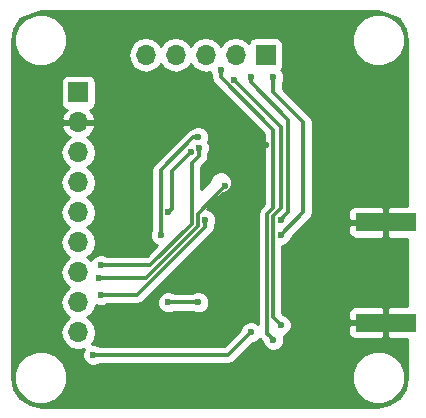
<source format=gbr>
G04 #@! TF.FileFunction,Copper,L2,Bot,Signal*
%FSLAX46Y46*%
G04 Gerber Fmt 4.6, Leading zero omitted, Abs format (unit mm)*
G04 Created by KiCad (PCBNEW 4.0.7) date 05/08/18 00:09:52*
%MOMM*%
%LPD*%
G01*
G04 APERTURE LIST*
%ADD10C,0.100000*%
%ADD11R,1.700000X1.700000*%
%ADD12O,1.700000X1.700000*%
%ADD13R,5.080000X1.500000*%
%ADD14C,0.600000*%
%ADD15C,1.080000*%
%ADD16C,0.300000*%
%ADD17C,0.254000*%
G04 APERTURE END LIST*
D10*
D11*
X114300000Y-83820000D03*
D12*
X114300000Y-86360000D03*
X114300000Y-88900000D03*
X114300000Y-91440000D03*
X114300000Y-93980000D03*
X114300000Y-96520000D03*
X114300000Y-99060000D03*
X114300000Y-101600000D03*
X114300000Y-104140000D03*
D11*
X130175000Y-80645000D03*
D12*
X127635000Y-80645000D03*
X125095000Y-80645000D03*
X122555000Y-80645000D03*
X120015000Y-80645000D03*
D13*
X140335000Y-103310000D03*
X140335000Y-94810000D03*
D14*
X109855000Y-102870000D03*
X109855000Y-87630000D03*
X109855000Y-95885000D03*
X140335000Y-85090000D03*
X129540000Y-108585000D03*
X125095000Y-108585000D03*
X133985000Y-80010000D03*
X116840000Y-88900000D03*
X116840000Y-93980000D03*
X119380000Y-92075000D03*
X130175000Y-88265000D03*
X125730000Y-90170000D03*
X117475000Y-87630000D03*
D15*
X137795000Y-105410000D03*
D14*
X128905000Y-104140000D03*
X115570000Y-106045000D03*
X124519620Y-88489633D03*
X116205000Y-98425000D03*
X126712613Y-91775767D03*
X116070378Y-99545368D03*
X125064989Y-94615000D03*
X116205000Y-100965000D03*
X131445000Y-95885000D03*
X130810000Y-82550000D03*
X131445000Y-94615000D03*
X128905000Y-82550000D03*
X130810000Y-104775000D03*
X126365014Y-81915000D03*
X131460010Y-103505000D03*
X127488033Y-82753780D03*
X121269990Y-95885000D03*
X124460000Y-87630000D03*
X123825000Y-88900000D03*
X121920000Y-93980000D03*
X121920000Y-101600000D03*
X124460000Y-101600000D03*
D16*
X119380000Y-92075000D02*
X118745000Y-92075000D01*
X118745000Y-92075000D02*
X116840000Y-93980000D01*
X130175000Y-88265000D02*
X128270000Y-90170000D01*
X128270000Y-90170000D02*
X125730000Y-90170000D01*
X126365000Y-106045000D02*
X127000000Y-106045000D01*
X127000000Y-106045000D02*
X128905000Y-104140000D01*
X115570000Y-106045000D02*
X126365000Y-106045000D01*
X123914977Y-89772027D02*
X124519620Y-89167384D01*
X123914977Y-94924147D02*
X123914977Y-89772027D01*
X120414124Y-98425000D02*
X123914977Y-94924147D01*
X124519620Y-89167384D02*
X124519620Y-88913897D01*
X124519620Y-88913897D02*
X124519620Y-88489633D01*
X116205000Y-98425000D02*
X120414124Y-98425000D01*
X124414988Y-95131258D02*
X124414988Y-94073392D01*
X126412614Y-92075766D02*
X126712613Y-91775767D01*
X124414988Y-94073392D02*
X126412614Y-92075766D01*
X116070378Y-99545368D02*
X120000878Y-99545368D01*
X120000878Y-99545368D02*
X124414988Y-95131258D01*
X125064989Y-95039264D02*
X125064989Y-94615000D01*
X125064989Y-95188379D02*
X125064989Y-95039264D01*
X119288368Y-100965000D02*
X125064989Y-95188379D01*
X116205000Y-100965000D02*
X119288368Y-100965000D01*
X133350000Y-86360000D02*
X133350000Y-93980000D01*
X133350000Y-93980000D02*
X131445000Y-95885000D01*
X130810000Y-83820000D02*
X133350000Y-86360000D01*
X130810000Y-82550000D02*
X130810000Y-83820000D01*
X132080000Y-86149264D02*
X132080000Y-93980000D01*
X131744999Y-94315001D02*
X131445000Y-94615000D01*
X128905000Y-82974264D02*
X132080000Y-86149264D01*
X132080000Y-93980000D02*
X131744999Y-94315001D01*
X128905000Y-82550000D02*
X128905000Y-82974264D01*
X130510001Y-104475001D02*
X130810000Y-104775000D01*
X130810000Y-93580874D02*
X130294987Y-94095887D01*
X130810000Y-88592002D02*
X130810000Y-93580874D01*
X130825001Y-88577001D02*
X130810000Y-88592002D01*
X126365014Y-81915000D02*
X126365014Y-82550014D01*
X130294987Y-94095887D02*
X130294988Y-95134114D01*
X130825001Y-87010001D02*
X130825001Y-88577001D01*
X126365014Y-82550014D02*
X130825001Y-87010001D01*
X130294988Y-104259988D02*
X130510001Y-104475001D01*
X130294988Y-95134114D02*
X130294988Y-104259988D01*
X131160011Y-103205001D02*
X131460010Y-103505000D01*
X130794998Y-102839988D02*
X131160011Y-103205001D01*
X130794998Y-94302998D02*
X130794998Y-102839988D01*
X131460010Y-93637986D02*
X130794998Y-94302998D01*
X131460010Y-86725757D02*
X131460010Y-93637986D01*
X127488033Y-82753780D02*
X131460010Y-86725757D01*
X121269990Y-90395746D02*
X121269990Y-95460736D01*
X124035736Y-87630000D02*
X121269990Y-90395746D01*
X124460000Y-87630000D02*
X124035736Y-87630000D01*
X121269990Y-95460736D02*
X121269990Y-95885000D01*
X123525001Y-89199999D02*
X123825000Y-88900000D01*
X122219999Y-90505001D02*
X123525001Y-89199999D01*
X122219999Y-93680001D02*
X122219999Y-90505001D01*
X121920000Y-93980000D02*
X122219999Y-93680001D01*
X124460000Y-101600000D02*
X121920000Y-101600000D01*
D17*
G36*
X141148816Y-77451809D02*
X141433183Y-77641817D01*
X141964512Y-78437007D01*
X142165000Y-79444931D01*
X142165000Y-93425000D01*
X140620750Y-93425000D01*
X140462000Y-93583750D01*
X140462000Y-94683000D01*
X140482000Y-94683000D01*
X140482000Y-94937000D01*
X140462000Y-94937000D01*
X140462000Y-96036250D01*
X140620750Y-96195000D01*
X142165000Y-96195000D01*
X142165000Y-101925000D01*
X140620750Y-101925000D01*
X140462000Y-102083750D01*
X140462000Y-103183000D01*
X140482000Y-103183000D01*
X140482000Y-103437000D01*
X140462000Y-103437000D01*
X140462000Y-104536250D01*
X140620750Y-104695000D01*
X142165000Y-104695000D01*
X142165000Y-107880069D01*
X141964512Y-108887993D01*
X141433183Y-109683183D01*
X140637993Y-110214512D01*
X139630069Y-110415000D01*
X111194931Y-110415000D01*
X110187007Y-110214512D01*
X109391817Y-109683183D01*
X108860488Y-108887993D01*
X108761953Y-108392619D01*
X108889613Y-108392619D01*
X109229155Y-109214372D01*
X109857321Y-109843636D01*
X110678481Y-110184611D01*
X111567619Y-110185387D01*
X112389372Y-109845845D01*
X113018636Y-109217679D01*
X113359611Y-108396519D01*
X113359614Y-108392619D01*
X137464613Y-108392619D01*
X137804155Y-109214372D01*
X138432321Y-109843636D01*
X139253481Y-110184611D01*
X140142619Y-110185387D01*
X140964372Y-109845845D01*
X141593636Y-109217679D01*
X141934611Y-108396519D01*
X141935387Y-107507381D01*
X141595845Y-106685628D01*
X140967679Y-106056364D01*
X140146519Y-105715389D01*
X139257381Y-105714613D01*
X138435628Y-106054155D01*
X137806364Y-106682321D01*
X137465389Y-107503481D01*
X137464613Y-108392619D01*
X113359614Y-108392619D01*
X113360387Y-107507381D01*
X113020845Y-106685628D01*
X112392679Y-106056364D01*
X111571519Y-105715389D01*
X110682381Y-105714613D01*
X109860628Y-106054155D01*
X109231364Y-106682321D01*
X108890389Y-107503481D01*
X108889613Y-108392619D01*
X108761953Y-108392619D01*
X108660000Y-107880069D01*
X108660000Y-88900000D01*
X112785907Y-88900000D01*
X112898946Y-89468285D01*
X113220853Y-89950054D01*
X113550026Y-90170000D01*
X113220853Y-90389946D01*
X112898946Y-90871715D01*
X112785907Y-91440000D01*
X112898946Y-92008285D01*
X113220853Y-92490054D01*
X113550026Y-92710000D01*
X113220853Y-92929946D01*
X112898946Y-93411715D01*
X112785907Y-93980000D01*
X112898946Y-94548285D01*
X113220853Y-95030054D01*
X113550026Y-95250000D01*
X113220853Y-95469946D01*
X112898946Y-95951715D01*
X112785907Y-96520000D01*
X112898946Y-97088285D01*
X113220853Y-97570054D01*
X113550026Y-97790000D01*
X113220853Y-98009946D01*
X112898946Y-98491715D01*
X112785907Y-99060000D01*
X112898946Y-99628285D01*
X113220853Y-100110054D01*
X113550026Y-100330000D01*
X113220853Y-100549946D01*
X112898946Y-101031715D01*
X112785907Y-101600000D01*
X112898946Y-102168285D01*
X113220853Y-102650054D01*
X113550026Y-102870000D01*
X113220853Y-103089946D01*
X112898946Y-103571715D01*
X112785907Y-104140000D01*
X112898946Y-104708285D01*
X113220853Y-105190054D01*
X113702622Y-105511961D01*
X114270907Y-105625000D01*
X114329093Y-105625000D01*
X114768270Y-105537642D01*
X114635162Y-105858201D01*
X114634838Y-106230167D01*
X114776883Y-106573943D01*
X115039673Y-106837192D01*
X115383201Y-106979838D01*
X115755167Y-106980162D01*
X116098943Y-106838117D01*
X116107074Y-106830000D01*
X127000000Y-106830000D01*
X127300407Y-106770245D01*
X127555079Y-106600079D01*
X129080005Y-105075153D01*
X129090167Y-105075162D01*
X129433943Y-104933117D01*
X129664802Y-104702661D01*
X129739909Y-104815067D01*
X129874847Y-104950005D01*
X129874838Y-104960167D01*
X130016883Y-105303943D01*
X130279673Y-105567192D01*
X130623201Y-105709838D01*
X130995167Y-105710162D01*
X131338943Y-105568117D01*
X131602192Y-105305327D01*
X131744838Y-104961799D01*
X131745162Y-104589833D01*
X131677757Y-104426700D01*
X131988953Y-104298117D01*
X132252202Y-104035327D01*
X132394848Y-103691799D01*
X132394931Y-103595750D01*
X137160000Y-103595750D01*
X137160000Y-104186309D01*
X137256673Y-104419698D01*
X137435301Y-104598327D01*
X137668690Y-104695000D01*
X140049250Y-104695000D01*
X140208000Y-104536250D01*
X140208000Y-103437000D01*
X137318750Y-103437000D01*
X137160000Y-103595750D01*
X132394931Y-103595750D01*
X132395172Y-103319833D01*
X132253127Y-102976057D01*
X131990337Y-102712808D01*
X131646809Y-102570162D01*
X131635320Y-102570152D01*
X131579998Y-102514830D01*
X131579998Y-102433691D01*
X137160000Y-102433691D01*
X137160000Y-103024250D01*
X137318750Y-103183000D01*
X140208000Y-103183000D01*
X140208000Y-102083750D01*
X140049250Y-101925000D01*
X137668690Y-101925000D01*
X137435301Y-102021673D01*
X137256673Y-102200302D01*
X137160000Y-102433691D01*
X131579998Y-102433691D01*
X131579998Y-96820118D01*
X131630167Y-96820162D01*
X131973943Y-96678117D01*
X132237192Y-96415327D01*
X132379838Y-96071799D01*
X132379848Y-96060310D01*
X133344408Y-95095750D01*
X137160000Y-95095750D01*
X137160000Y-95686309D01*
X137256673Y-95919698D01*
X137435301Y-96098327D01*
X137668690Y-96195000D01*
X140049250Y-96195000D01*
X140208000Y-96036250D01*
X140208000Y-94937000D01*
X137318750Y-94937000D01*
X137160000Y-95095750D01*
X133344408Y-95095750D01*
X133905079Y-94535079D01*
X134075245Y-94280406D01*
X134135000Y-93980000D01*
X134135000Y-93933691D01*
X137160000Y-93933691D01*
X137160000Y-94524250D01*
X137318750Y-94683000D01*
X140208000Y-94683000D01*
X140208000Y-93583750D01*
X140049250Y-93425000D01*
X137668690Y-93425000D01*
X137435301Y-93521673D01*
X137256673Y-93700302D01*
X137160000Y-93933691D01*
X134135000Y-93933691D01*
X134135000Y-86360000D01*
X134075245Y-86059594D01*
X133905079Y-85804921D01*
X131595000Y-83494842D01*
X131595000Y-83087506D01*
X131602192Y-83080327D01*
X131744838Y-82736799D01*
X131745162Y-82364833D01*
X131603117Y-82021057D01*
X131502779Y-81920543D01*
X131621431Y-81746890D01*
X131672440Y-81495000D01*
X131672440Y-79817619D01*
X137464613Y-79817619D01*
X137804155Y-80639372D01*
X138432321Y-81268636D01*
X139253481Y-81609611D01*
X140142619Y-81610387D01*
X140964372Y-81270845D01*
X141593636Y-80642679D01*
X141934611Y-79821519D01*
X141935387Y-78932381D01*
X141595845Y-78110628D01*
X140967679Y-77481364D01*
X140146519Y-77140389D01*
X139257381Y-77139613D01*
X138435628Y-77479155D01*
X137806364Y-78107321D01*
X137465389Y-78928481D01*
X137464613Y-79817619D01*
X131672440Y-79817619D01*
X131672440Y-79795000D01*
X131628162Y-79559683D01*
X131489090Y-79343559D01*
X131276890Y-79198569D01*
X131025000Y-79147560D01*
X129325000Y-79147560D01*
X129089683Y-79191838D01*
X128873559Y-79330910D01*
X128728569Y-79543110D01*
X128714914Y-79610541D01*
X128685054Y-79565853D01*
X128203285Y-79243946D01*
X127635000Y-79130907D01*
X127066715Y-79243946D01*
X126584946Y-79565853D01*
X126365000Y-79895026D01*
X126145054Y-79565853D01*
X125663285Y-79243946D01*
X125095000Y-79130907D01*
X124526715Y-79243946D01*
X124044946Y-79565853D01*
X123825000Y-79895026D01*
X123605054Y-79565853D01*
X123123285Y-79243946D01*
X122555000Y-79130907D01*
X121986715Y-79243946D01*
X121504946Y-79565853D01*
X121285000Y-79895026D01*
X121065054Y-79565853D01*
X120583285Y-79243946D01*
X120015000Y-79130907D01*
X119446715Y-79243946D01*
X118964946Y-79565853D01*
X118643039Y-80047622D01*
X118530000Y-80615907D01*
X118530000Y-80674093D01*
X118643039Y-81242378D01*
X118964946Y-81724147D01*
X119446715Y-82046054D01*
X120015000Y-82159093D01*
X120583285Y-82046054D01*
X121065054Y-81724147D01*
X121285000Y-81394974D01*
X121504946Y-81724147D01*
X121986715Y-82046054D01*
X122555000Y-82159093D01*
X123123285Y-82046054D01*
X123605054Y-81724147D01*
X123825000Y-81394974D01*
X124044946Y-81724147D01*
X124526715Y-82046054D01*
X125095000Y-82159093D01*
X125429859Y-82092485D01*
X125429852Y-82100167D01*
X125571897Y-82443943D01*
X125580014Y-82452074D01*
X125580014Y-82550014D01*
X125639769Y-82850421D01*
X125809935Y-83105093D01*
X130025000Y-87320157D01*
X130025000Y-93255716D01*
X129739908Y-93540808D01*
X129569742Y-93795480D01*
X129509987Y-94095886D01*
X129509987Y-94095888D01*
X129509988Y-95134113D01*
X129509988Y-103422599D01*
X129435327Y-103347808D01*
X129091799Y-103205162D01*
X128719833Y-103204838D01*
X128376057Y-103346883D01*
X128112808Y-103609673D01*
X127970162Y-103953201D01*
X127970152Y-103964690D01*
X126674842Y-105260000D01*
X116107506Y-105260000D01*
X116100327Y-105252808D01*
X115756799Y-105110162D01*
X115432718Y-105109880D01*
X115701054Y-104708285D01*
X115814093Y-104140000D01*
X115701054Y-103571715D01*
X115379147Y-103089946D01*
X115049974Y-102870000D01*
X115379147Y-102650054D01*
X115701054Y-102168285D01*
X115774574Y-101798675D01*
X116018201Y-101899838D01*
X116390167Y-101900162D01*
X116668476Y-101785167D01*
X120984838Y-101785167D01*
X121126883Y-102128943D01*
X121389673Y-102392192D01*
X121733201Y-102534838D01*
X122105167Y-102535162D01*
X122448943Y-102393117D01*
X122457074Y-102385000D01*
X123922494Y-102385000D01*
X123929673Y-102392192D01*
X124273201Y-102534838D01*
X124645167Y-102535162D01*
X124988943Y-102393117D01*
X125252192Y-102130327D01*
X125394838Y-101786799D01*
X125395162Y-101414833D01*
X125253117Y-101071057D01*
X124990327Y-100807808D01*
X124646799Y-100665162D01*
X124274833Y-100664838D01*
X123931057Y-100806883D01*
X123922926Y-100815000D01*
X122457506Y-100815000D01*
X122450327Y-100807808D01*
X122106799Y-100665162D01*
X121734833Y-100664838D01*
X121391057Y-100806883D01*
X121127808Y-101069673D01*
X120985162Y-101413201D01*
X120984838Y-101785167D01*
X116668476Y-101785167D01*
X116733943Y-101758117D01*
X116742074Y-101750000D01*
X119288368Y-101750000D01*
X119588775Y-101690245D01*
X119843447Y-101520079D01*
X125620068Y-95743458D01*
X125790234Y-95488785D01*
X125849989Y-95188379D01*
X125849989Y-95152506D01*
X125857181Y-95145327D01*
X125999827Y-94801799D01*
X126000151Y-94429833D01*
X125858106Y-94086057D01*
X125595316Y-93822808D01*
X125251788Y-93680162D01*
X125235011Y-93680147D01*
X126540005Y-92375153D01*
X126550167Y-92375162D01*
X126893943Y-92233117D01*
X127157192Y-91970327D01*
X127299838Y-91626799D01*
X127300162Y-91254833D01*
X127158117Y-90911057D01*
X126895327Y-90647808D01*
X126551799Y-90505162D01*
X126179833Y-90504838D01*
X125836057Y-90646883D01*
X125572808Y-90909673D01*
X125430162Y-91253201D01*
X125430152Y-91264690D01*
X124699977Y-91994865D01*
X124699977Y-90097185D01*
X125074699Y-89722463D01*
X125244865Y-89467791D01*
X125304620Y-89167384D01*
X125304620Y-89027139D01*
X125311812Y-89019960D01*
X125454458Y-88676432D01*
X125454782Y-88304466D01*
X125323885Y-87987671D01*
X125394838Y-87816799D01*
X125395162Y-87444833D01*
X125253117Y-87101057D01*
X124990327Y-86837808D01*
X124646799Y-86695162D01*
X124274833Y-86694838D01*
X123931057Y-86836883D01*
X123894854Y-86873023D01*
X123735330Y-86904755D01*
X123480657Y-87074921D01*
X123480655Y-87074924D01*
X120714911Y-89840667D01*
X120544745Y-90095339D01*
X120544745Y-90095340D01*
X120484990Y-90395746D01*
X120484990Y-95347494D01*
X120477798Y-95354673D01*
X120335152Y-95698201D01*
X120334828Y-96070167D01*
X120476873Y-96413943D01*
X120739663Y-96677192D01*
X120960199Y-96768767D01*
X120088966Y-97640000D01*
X116742506Y-97640000D01*
X116735327Y-97632808D01*
X116391799Y-97490162D01*
X116019833Y-97489838D01*
X115676057Y-97631883D01*
X115412808Y-97894673D01*
X115368027Y-98002516D01*
X115049974Y-97790000D01*
X115379147Y-97570054D01*
X115701054Y-97088285D01*
X115814093Y-96520000D01*
X115701054Y-95951715D01*
X115379147Y-95469946D01*
X115049974Y-95250000D01*
X115379147Y-95030054D01*
X115701054Y-94548285D01*
X115814093Y-93980000D01*
X115701054Y-93411715D01*
X115379147Y-92929946D01*
X115049974Y-92710000D01*
X115379147Y-92490054D01*
X115701054Y-92008285D01*
X115814093Y-91440000D01*
X115701054Y-90871715D01*
X115379147Y-90389946D01*
X115049974Y-90170000D01*
X115379147Y-89950054D01*
X115701054Y-89468285D01*
X115814093Y-88900000D01*
X115701054Y-88331715D01*
X115379147Y-87849946D01*
X115038447Y-87622298D01*
X115181358Y-87555183D01*
X115571645Y-87126924D01*
X115741476Y-86716890D01*
X115620155Y-86487000D01*
X114427000Y-86487000D01*
X114427000Y-86507000D01*
X114173000Y-86507000D01*
X114173000Y-86487000D01*
X112979845Y-86487000D01*
X112858524Y-86716890D01*
X113028355Y-87126924D01*
X113418642Y-87555183D01*
X113561553Y-87622298D01*
X113220853Y-87849946D01*
X112898946Y-88331715D01*
X112785907Y-88900000D01*
X108660000Y-88900000D01*
X108660000Y-82970000D01*
X112802560Y-82970000D01*
X112802560Y-84670000D01*
X112846838Y-84905317D01*
X112985910Y-85121441D01*
X113198110Y-85266431D01*
X113306107Y-85288301D01*
X113028355Y-85593076D01*
X112858524Y-86003110D01*
X112979845Y-86233000D01*
X114173000Y-86233000D01*
X114173000Y-86213000D01*
X114427000Y-86213000D01*
X114427000Y-86233000D01*
X115620155Y-86233000D01*
X115741476Y-86003110D01*
X115571645Y-85593076D01*
X115295499Y-85290063D01*
X115385317Y-85273162D01*
X115601441Y-85134090D01*
X115746431Y-84921890D01*
X115797440Y-84670000D01*
X115797440Y-82970000D01*
X115753162Y-82734683D01*
X115614090Y-82518559D01*
X115401890Y-82373569D01*
X115150000Y-82322560D01*
X113450000Y-82322560D01*
X113214683Y-82366838D01*
X112998559Y-82505910D01*
X112853569Y-82718110D01*
X112802560Y-82970000D01*
X108660000Y-82970000D01*
X108660000Y-79817619D01*
X108889613Y-79817619D01*
X109229155Y-80639372D01*
X109857321Y-81268636D01*
X110678481Y-81609611D01*
X111567619Y-81610387D01*
X112389372Y-81270845D01*
X113018636Y-80642679D01*
X113359611Y-79821519D01*
X113360387Y-78932381D01*
X113020845Y-78110628D01*
X112392679Y-77481364D01*
X111571519Y-77140389D01*
X110682381Y-77139613D01*
X109860628Y-77479155D01*
X109231364Y-78107321D01*
X108890389Y-78928481D01*
X108889613Y-79817619D01*
X108660000Y-79817619D01*
X108660000Y-79444931D01*
X108860488Y-78437007D01*
X109391817Y-77641817D01*
X109676184Y-77451809D01*
X111145610Y-76962000D01*
X139679390Y-76962000D01*
X141148816Y-77451809D01*
X141148816Y-77451809D01*
G37*
X141148816Y-77451809D02*
X141433183Y-77641817D01*
X141964512Y-78437007D01*
X142165000Y-79444931D01*
X142165000Y-93425000D01*
X140620750Y-93425000D01*
X140462000Y-93583750D01*
X140462000Y-94683000D01*
X140482000Y-94683000D01*
X140482000Y-94937000D01*
X140462000Y-94937000D01*
X140462000Y-96036250D01*
X140620750Y-96195000D01*
X142165000Y-96195000D01*
X142165000Y-101925000D01*
X140620750Y-101925000D01*
X140462000Y-102083750D01*
X140462000Y-103183000D01*
X140482000Y-103183000D01*
X140482000Y-103437000D01*
X140462000Y-103437000D01*
X140462000Y-104536250D01*
X140620750Y-104695000D01*
X142165000Y-104695000D01*
X142165000Y-107880069D01*
X141964512Y-108887993D01*
X141433183Y-109683183D01*
X140637993Y-110214512D01*
X139630069Y-110415000D01*
X111194931Y-110415000D01*
X110187007Y-110214512D01*
X109391817Y-109683183D01*
X108860488Y-108887993D01*
X108761953Y-108392619D01*
X108889613Y-108392619D01*
X109229155Y-109214372D01*
X109857321Y-109843636D01*
X110678481Y-110184611D01*
X111567619Y-110185387D01*
X112389372Y-109845845D01*
X113018636Y-109217679D01*
X113359611Y-108396519D01*
X113359614Y-108392619D01*
X137464613Y-108392619D01*
X137804155Y-109214372D01*
X138432321Y-109843636D01*
X139253481Y-110184611D01*
X140142619Y-110185387D01*
X140964372Y-109845845D01*
X141593636Y-109217679D01*
X141934611Y-108396519D01*
X141935387Y-107507381D01*
X141595845Y-106685628D01*
X140967679Y-106056364D01*
X140146519Y-105715389D01*
X139257381Y-105714613D01*
X138435628Y-106054155D01*
X137806364Y-106682321D01*
X137465389Y-107503481D01*
X137464613Y-108392619D01*
X113359614Y-108392619D01*
X113360387Y-107507381D01*
X113020845Y-106685628D01*
X112392679Y-106056364D01*
X111571519Y-105715389D01*
X110682381Y-105714613D01*
X109860628Y-106054155D01*
X109231364Y-106682321D01*
X108890389Y-107503481D01*
X108889613Y-108392619D01*
X108761953Y-108392619D01*
X108660000Y-107880069D01*
X108660000Y-88900000D01*
X112785907Y-88900000D01*
X112898946Y-89468285D01*
X113220853Y-89950054D01*
X113550026Y-90170000D01*
X113220853Y-90389946D01*
X112898946Y-90871715D01*
X112785907Y-91440000D01*
X112898946Y-92008285D01*
X113220853Y-92490054D01*
X113550026Y-92710000D01*
X113220853Y-92929946D01*
X112898946Y-93411715D01*
X112785907Y-93980000D01*
X112898946Y-94548285D01*
X113220853Y-95030054D01*
X113550026Y-95250000D01*
X113220853Y-95469946D01*
X112898946Y-95951715D01*
X112785907Y-96520000D01*
X112898946Y-97088285D01*
X113220853Y-97570054D01*
X113550026Y-97790000D01*
X113220853Y-98009946D01*
X112898946Y-98491715D01*
X112785907Y-99060000D01*
X112898946Y-99628285D01*
X113220853Y-100110054D01*
X113550026Y-100330000D01*
X113220853Y-100549946D01*
X112898946Y-101031715D01*
X112785907Y-101600000D01*
X112898946Y-102168285D01*
X113220853Y-102650054D01*
X113550026Y-102870000D01*
X113220853Y-103089946D01*
X112898946Y-103571715D01*
X112785907Y-104140000D01*
X112898946Y-104708285D01*
X113220853Y-105190054D01*
X113702622Y-105511961D01*
X114270907Y-105625000D01*
X114329093Y-105625000D01*
X114768270Y-105537642D01*
X114635162Y-105858201D01*
X114634838Y-106230167D01*
X114776883Y-106573943D01*
X115039673Y-106837192D01*
X115383201Y-106979838D01*
X115755167Y-106980162D01*
X116098943Y-106838117D01*
X116107074Y-106830000D01*
X127000000Y-106830000D01*
X127300407Y-106770245D01*
X127555079Y-106600079D01*
X129080005Y-105075153D01*
X129090167Y-105075162D01*
X129433943Y-104933117D01*
X129664802Y-104702661D01*
X129739909Y-104815067D01*
X129874847Y-104950005D01*
X129874838Y-104960167D01*
X130016883Y-105303943D01*
X130279673Y-105567192D01*
X130623201Y-105709838D01*
X130995167Y-105710162D01*
X131338943Y-105568117D01*
X131602192Y-105305327D01*
X131744838Y-104961799D01*
X131745162Y-104589833D01*
X131677757Y-104426700D01*
X131988953Y-104298117D01*
X132252202Y-104035327D01*
X132394848Y-103691799D01*
X132394931Y-103595750D01*
X137160000Y-103595750D01*
X137160000Y-104186309D01*
X137256673Y-104419698D01*
X137435301Y-104598327D01*
X137668690Y-104695000D01*
X140049250Y-104695000D01*
X140208000Y-104536250D01*
X140208000Y-103437000D01*
X137318750Y-103437000D01*
X137160000Y-103595750D01*
X132394931Y-103595750D01*
X132395172Y-103319833D01*
X132253127Y-102976057D01*
X131990337Y-102712808D01*
X131646809Y-102570162D01*
X131635320Y-102570152D01*
X131579998Y-102514830D01*
X131579998Y-102433691D01*
X137160000Y-102433691D01*
X137160000Y-103024250D01*
X137318750Y-103183000D01*
X140208000Y-103183000D01*
X140208000Y-102083750D01*
X140049250Y-101925000D01*
X137668690Y-101925000D01*
X137435301Y-102021673D01*
X137256673Y-102200302D01*
X137160000Y-102433691D01*
X131579998Y-102433691D01*
X131579998Y-96820118D01*
X131630167Y-96820162D01*
X131973943Y-96678117D01*
X132237192Y-96415327D01*
X132379838Y-96071799D01*
X132379848Y-96060310D01*
X133344408Y-95095750D01*
X137160000Y-95095750D01*
X137160000Y-95686309D01*
X137256673Y-95919698D01*
X137435301Y-96098327D01*
X137668690Y-96195000D01*
X140049250Y-96195000D01*
X140208000Y-96036250D01*
X140208000Y-94937000D01*
X137318750Y-94937000D01*
X137160000Y-95095750D01*
X133344408Y-95095750D01*
X133905079Y-94535079D01*
X134075245Y-94280406D01*
X134135000Y-93980000D01*
X134135000Y-93933691D01*
X137160000Y-93933691D01*
X137160000Y-94524250D01*
X137318750Y-94683000D01*
X140208000Y-94683000D01*
X140208000Y-93583750D01*
X140049250Y-93425000D01*
X137668690Y-93425000D01*
X137435301Y-93521673D01*
X137256673Y-93700302D01*
X137160000Y-93933691D01*
X134135000Y-93933691D01*
X134135000Y-86360000D01*
X134075245Y-86059594D01*
X133905079Y-85804921D01*
X131595000Y-83494842D01*
X131595000Y-83087506D01*
X131602192Y-83080327D01*
X131744838Y-82736799D01*
X131745162Y-82364833D01*
X131603117Y-82021057D01*
X131502779Y-81920543D01*
X131621431Y-81746890D01*
X131672440Y-81495000D01*
X131672440Y-79817619D01*
X137464613Y-79817619D01*
X137804155Y-80639372D01*
X138432321Y-81268636D01*
X139253481Y-81609611D01*
X140142619Y-81610387D01*
X140964372Y-81270845D01*
X141593636Y-80642679D01*
X141934611Y-79821519D01*
X141935387Y-78932381D01*
X141595845Y-78110628D01*
X140967679Y-77481364D01*
X140146519Y-77140389D01*
X139257381Y-77139613D01*
X138435628Y-77479155D01*
X137806364Y-78107321D01*
X137465389Y-78928481D01*
X137464613Y-79817619D01*
X131672440Y-79817619D01*
X131672440Y-79795000D01*
X131628162Y-79559683D01*
X131489090Y-79343559D01*
X131276890Y-79198569D01*
X131025000Y-79147560D01*
X129325000Y-79147560D01*
X129089683Y-79191838D01*
X128873559Y-79330910D01*
X128728569Y-79543110D01*
X128714914Y-79610541D01*
X128685054Y-79565853D01*
X128203285Y-79243946D01*
X127635000Y-79130907D01*
X127066715Y-79243946D01*
X126584946Y-79565853D01*
X126365000Y-79895026D01*
X126145054Y-79565853D01*
X125663285Y-79243946D01*
X125095000Y-79130907D01*
X124526715Y-79243946D01*
X124044946Y-79565853D01*
X123825000Y-79895026D01*
X123605054Y-79565853D01*
X123123285Y-79243946D01*
X122555000Y-79130907D01*
X121986715Y-79243946D01*
X121504946Y-79565853D01*
X121285000Y-79895026D01*
X121065054Y-79565853D01*
X120583285Y-79243946D01*
X120015000Y-79130907D01*
X119446715Y-79243946D01*
X118964946Y-79565853D01*
X118643039Y-80047622D01*
X118530000Y-80615907D01*
X118530000Y-80674093D01*
X118643039Y-81242378D01*
X118964946Y-81724147D01*
X119446715Y-82046054D01*
X120015000Y-82159093D01*
X120583285Y-82046054D01*
X121065054Y-81724147D01*
X121285000Y-81394974D01*
X121504946Y-81724147D01*
X121986715Y-82046054D01*
X122555000Y-82159093D01*
X123123285Y-82046054D01*
X123605054Y-81724147D01*
X123825000Y-81394974D01*
X124044946Y-81724147D01*
X124526715Y-82046054D01*
X125095000Y-82159093D01*
X125429859Y-82092485D01*
X125429852Y-82100167D01*
X125571897Y-82443943D01*
X125580014Y-82452074D01*
X125580014Y-82550014D01*
X125639769Y-82850421D01*
X125809935Y-83105093D01*
X130025000Y-87320157D01*
X130025000Y-93255716D01*
X129739908Y-93540808D01*
X129569742Y-93795480D01*
X129509987Y-94095886D01*
X129509987Y-94095888D01*
X129509988Y-95134113D01*
X129509988Y-103422599D01*
X129435327Y-103347808D01*
X129091799Y-103205162D01*
X128719833Y-103204838D01*
X128376057Y-103346883D01*
X128112808Y-103609673D01*
X127970162Y-103953201D01*
X127970152Y-103964690D01*
X126674842Y-105260000D01*
X116107506Y-105260000D01*
X116100327Y-105252808D01*
X115756799Y-105110162D01*
X115432718Y-105109880D01*
X115701054Y-104708285D01*
X115814093Y-104140000D01*
X115701054Y-103571715D01*
X115379147Y-103089946D01*
X115049974Y-102870000D01*
X115379147Y-102650054D01*
X115701054Y-102168285D01*
X115774574Y-101798675D01*
X116018201Y-101899838D01*
X116390167Y-101900162D01*
X116668476Y-101785167D01*
X120984838Y-101785167D01*
X121126883Y-102128943D01*
X121389673Y-102392192D01*
X121733201Y-102534838D01*
X122105167Y-102535162D01*
X122448943Y-102393117D01*
X122457074Y-102385000D01*
X123922494Y-102385000D01*
X123929673Y-102392192D01*
X124273201Y-102534838D01*
X124645167Y-102535162D01*
X124988943Y-102393117D01*
X125252192Y-102130327D01*
X125394838Y-101786799D01*
X125395162Y-101414833D01*
X125253117Y-101071057D01*
X124990327Y-100807808D01*
X124646799Y-100665162D01*
X124274833Y-100664838D01*
X123931057Y-100806883D01*
X123922926Y-100815000D01*
X122457506Y-100815000D01*
X122450327Y-100807808D01*
X122106799Y-100665162D01*
X121734833Y-100664838D01*
X121391057Y-100806883D01*
X121127808Y-101069673D01*
X120985162Y-101413201D01*
X120984838Y-101785167D01*
X116668476Y-101785167D01*
X116733943Y-101758117D01*
X116742074Y-101750000D01*
X119288368Y-101750000D01*
X119588775Y-101690245D01*
X119843447Y-101520079D01*
X125620068Y-95743458D01*
X125790234Y-95488785D01*
X125849989Y-95188379D01*
X125849989Y-95152506D01*
X125857181Y-95145327D01*
X125999827Y-94801799D01*
X126000151Y-94429833D01*
X125858106Y-94086057D01*
X125595316Y-93822808D01*
X125251788Y-93680162D01*
X125235011Y-93680147D01*
X126540005Y-92375153D01*
X126550167Y-92375162D01*
X126893943Y-92233117D01*
X127157192Y-91970327D01*
X127299838Y-91626799D01*
X127300162Y-91254833D01*
X127158117Y-90911057D01*
X126895327Y-90647808D01*
X126551799Y-90505162D01*
X126179833Y-90504838D01*
X125836057Y-90646883D01*
X125572808Y-90909673D01*
X125430162Y-91253201D01*
X125430152Y-91264690D01*
X124699977Y-91994865D01*
X124699977Y-90097185D01*
X125074699Y-89722463D01*
X125244865Y-89467791D01*
X125304620Y-89167384D01*
X125304620Y-89027139D01*
X125311812Y-89019960D01*
X125454458Y-88676432D01*
X125454782Y-88304466D01*
X125323885Y-87987671D01*
X125394838Y-87816799D01*
X125395162Y-87444833D01*
X125253117Y-87101057D01*
X124990327Y-86837808D01*
X124646799Y-86695162D01*
X124274833Y-86694838D01*
X123931057Y-86836883D01*
X123894854Y-86873023D01*
X123735330Y-86904755D01*
X123480657Y-87074921D01*
X123480655Y-87074924D01*
X120714911Y-89840667D01*
X120544745Y-90095339D01*
X120544745Y-90095340D01*
X120484990Y-90395746D01*
X120484990Y-95347494D01*
X120477798Y-95354673D01*
X120335152Y-95698201D01*
X120334828Y-96070167D01*
X120476873Y-96413943D01*
X120739663Y-96677192D01*
X120960199Y-96768767D01*
X120088966Y-97640000D01*
X116742506Y-97640000D01*
X116735327Y-97632808D01*
X116391799Y-97490162D01*
X116019833Y-97489838D01*
X115676057Y-97631883D01*
X115412808Y-97894673D01*
X115368027Y-98002516D01*
X115049974Y-97790000D01*
X115379147Y-97570054D01*
X115701054Y-97088285D01*
X115814093Y-96520000D01*
X115701054Y-95951715D01*
X115379147Y-95469946D01*
X115049974Y-95250000D01*
X115379147Y-95030054D01*
X115701054Y-94548285D01*
X115814093Y-93980000D01*
X115701054Y-93411715D01*
X115379147Y-92929946D01*
X115049974Y-92710000D01*
X115379147Y-92490054D01*
X115701054Y-92008285D01*
X115814093Y-91440000D01*
X115701054Y-90871715D01*
X115379147Y-90389946D01*
X115049974Y-90170000D01*
X115379147Y-89950054D01*
X115701054Y-89468285D01*
X115814093Y-88900000D01*
X115701054Y-88331715D01*
X115379147Y-87849946D01*
X115038447Y-87622298D01*
X115181358Y-87555183D01*
X115571645Y-87126924D01*
X115741476Y-86716890D01*
X115620155Y-86487000D01*
X114427000Y-86487000D01*
X114427000Y-86507000D01*
X114173000Y-86507000D01*
X114173000Y-86487000D01*
X112979845Y-86487000D01*
X112858524Y-86716890D01*
X113028355Y-87126924D01*
X113418642Y-87555183D01*
X113561553Y-87622298D01*
X113220853Y-87849946D01*
X112898946Y-88331715D01*
X112785907Y-88900000D01*
X108660000Y-88900000D01*
X108660000Y-82970000D01*
X112802560Y-82970000D01*
X112802560Y-84670000D01*
X112846838Y-84905317D01*
X112985910Y-85121441D01*
X113198110Y-85266431D01*
X113306107Y-85288301D01*
X113028355Y-85593076D01*
X112858524Y-86003110D01*
X112979845Y-86233000D01*
X114173000Y-86233000D01*
X114173000Y-86213000D01*
X114427000Y-86213000D01*
X114427000Y-86233000D01*
X115620155Y-86233000D01*
X115741476Y-86003110D01*
X115571645Y-85593076D01*
X115295499Y-85290063D01*
X115385317Y-85273162D01*
X115601441Y-85134090D01*
X115746431Y-84921890D01*
X115797440Y-84670000D01*
X115797440Y-82970000D01*
X115753162Y-82734683D01*
X115614090Y-82518559D01*
X115401890Y-82373569D01*
X115150000Y-82322560D01*
X113450000Y-82322560D01*
X113214683Y-82366838D01*
X112998559Y-82505910D01*
X112853569Y-82718110D01*
X112802560Y-82970000D01*
X108660000Y-82970000D01*
X108660000Y-79817619D01*
X108889613Y-79817619D01*
X109229155Y-80639372D01*
X109857321Y-81268636D01*
X110678481Y-81609611D01*
X111567619Y-81610387D01*
X112389372Y-81270845D01*
X113018636Y-80642679D01*
X113359611Y-79821519D01*
X113360387Y-78932381D01*
X113020845Y-78110628D01*
X112392679Y-77481364D01*
X111571519Y-77140389D01*
X110682381Y-77139613D01*
X109860628Y-77479155D01*
X109231364Y-78107321D01*
X108890389Y-78928481D01*
X108889613Y-79817619D01*
X108660000Y-79817619D01*
X108660000Y-79444931D01*
X108860488Y-78437007D01*
X109391817Y-77641817D01*
X109676184Y-77451809D01*
X111145610Y-76962000D01*
X139679390Y-76962000D01*
X141148816Y-77451809D01*
M02*

</source>
